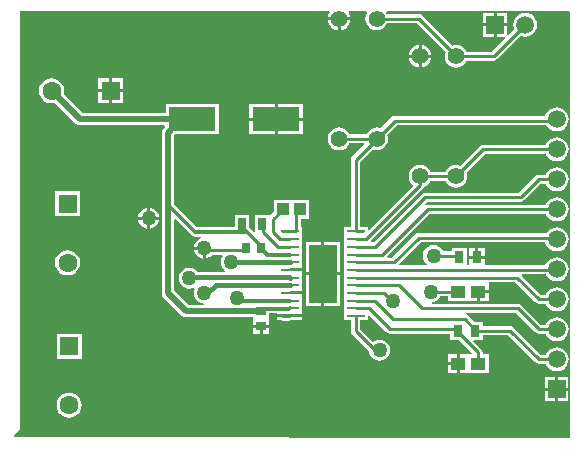
<source format=gtl>
G04*
G04 #@! TF.GenerationSoftware,Altium Limited,Altium Designer,19.1.8 (144)*
G04*
G04 Layer_Physical_Order=1*
G04 Layer_Color=255*
%FSLAX25Y25*%
%MOIN*%
G70*
G01*
G75*
%ADD14C,0.01000*%
%ADD15R,0.03150X0.03937*%
%ADD16R,0.15748X0.07874*%
%ADD17R,0.06100X0.01000*%
%ADD18R,0.03937X0.04331*%
%ADD19R,0.02559X0.04134*%
%ADD20R,0.03150X0.03543*%
%ADD21R,0.03543X0.03150*%
%ADD22R,0.04921X0.04331*%
%ADD40R,0.09400X0.19200*%
%ADD41C,0.01200*%
%ADD42C,0.02000*%
%ADD43C,0.01500*%
%ADD44R,0.06299X0.06299*%
%ADD45C,0.06299*%
%ADD46R,0.06299X0.06299*%
%ADD47C,0.05512*%
%ADD48R,0.05906X0.05906*%
%ADD49C,0.05906*%
%ADD50R,0.05906X0.05906*%
%ADD51C,0.05000*%
G36*
X188000Y145500D02*
Y3989D01*
X187646Y3635D01*
X2791Y4138D01*
X2600Y4600D01*
X4500Y6500D01*
Y146000D01*
X107619D01*
X107840Y145552D01*
X107719Y145394D01*
X107341Y144481D01*
X107278Y144000D01*
X111000D01*
X114723D01*
X114659Y144481D01*
X114281Y145394D01*
X114160Y145552D01*
X114381Y146000D01*
X120119D01*
X120340Y145552D01*
X120219Y145394D01*
X119841Y144481D01*
X119712Y143500D01*
X119841Y142519D01*
X120219Y141606D01*
X120821Y140821D01*
X121606Y140219D01*
X122520Y139841D01*
X123500Y139712D01*
X124480Y139841D01*
X125394Y140219D01*
X126179Y140821D01*
X126781Y141606D01*
X126932Y141971D01*
X136866D01*
X146492Y132345D01*
X146341Y131981D01*
X146212Y131000D01*
X146341Y130019D01*
X146719Y129106D01*
X147321Y128321D01*
X148106Y127719D01*
X149020Y127341D01*
X150000Y127212D01*
X150980Y127341D01*
X151894Y127719D01*
X152679Y128321D01*
X153281Y129106D01*
X153432Y129471D01*
X162500D01*
X163085Y129587D01*
X163581Y129919D01*
X171504Y137841D01*
X171968Y137649D01*
X173000Y137513D01*
X174032Y137649D01*
X174993Y138047D01*
X175819Y138681D01*
X176453Y139507D01*
X176851Y140468D01*
X176987Y141500D01*
X176851Y142532D01*
X176453Y143493D01*
X175819Y144319D01*
X174993Y144953D01*
X174032Y145351D01*
X173000Y145487D01*
X171968Y145351D01*
X171007Y144953D01*
X170181Y144319D01*
X169547Y143493D01*
X169149Y142532D01*
X169013Y141500D01*
X169149Y140468D01*
X169341Y140004D01*
X167415Y138078D01*
X166953Y138269D01*
Y141000D01*
X163500D01*
Y137547D01*
X166231D01*
X166422Y137085D01*
X161866Y132529D01*
X153432D01*
X153281Y132894D01*
X152679Y133679D01*
X151894Y134281D01*
X150980Y134659D01*
X150000Y134788D01*
X149020Y134659D01*
X148655Y134508D01*
X138581Y144581D01*
X138085Y144913D01*
X137500Y145029D01*
X126932D01*
X126781Y145394D01*
X126660Y145552D01*
X126881Y146000D01*
X187500D01*
X188000Y145500D01*
D02*
G37*
%LPC*%
G36*
X166953Y145453D02*
X163500D01*
Y142000D01*
X166953D01*
Y145453D01*
D02*
G37*
G36*
X162500D02*
X159047D01*
Y142000D01*
X162500D01*
Y145453D01*
D02*
G37*
G36*
X114723Y143000D02*
X111500D01*
Y139778D01*
X111980Y139841D01*
X112894Y140219D01*
X113679Y140821D01*
X114281Y141606D01*
X114659Y142519D01*
X114723Y143000D01*
D02*
G37*
G36*
X110500D02*
X107278D01*
X107341Y142519D01*
X107719Y141606D01*
X108321Y140821D01*
X109106Y140219D01*
X110020Y139841D01*
X110500Y139778D01*
Y143000D01*
D02*
G37*
G36*
X162500Y141000D02*
X159047D01*
Y137547D01*
X162500D01*
Y141000D01*
D02*
G37*
G36*
X138500Y134722D02*
Y131500D01*
X141723D01*
X141659Y131981D01*
X141281Y132894D01*
X140679Y133679D01*
X139894Y134281D01*
X138980Y134659D01*
X138500Y134722D01*
D02*
G37*
G36*
X137500D02*
X137020Y134659D01*
X136106Y134281D01*
X135321Y133679D01*
X134719Y132894D01*
X134341Y131981D01*
X134277Y131500D01*
X137500D01*
Y134722D01*
D02*
G37*
G36*
X141723Y130500D02*
X138500D01*
Y127278D01*
X138980Y127341D01*
X139894Y127719D01*
X140679Y128321D01*
X141281Y129106D01*
X141659Y130019D01*
X141723Y130500D01*
D02*
G37*
G36*
X137500D02*
X134277D01*
X134341Y130019D01*
X134719Y129106D01*
X135321Y128321D01*
X136106Y127719D01*
X137020Y127341D01*
X137500Y127278D01*
Y130500D01*
D02*
G37*
G36*
X38992Y123650D02*
X35342D01*
Y120000D01*
X38992D01*
Y123650D01*
D02*
G37*
G36*
X34343D02*
X30693D01*
Y120000D01*
X34343D01*
Y123650D01*
D02*
G37*
G36*
X38992Y119000D02*
X35342D01*
Y115350D01*
X38992D01*
Y119000D01*
D02*
G37*
G36*
X34343D02*
X30693D01*
Y115350D01*
X34343D01*
Y119000D01*
D02*
G37*
G36*
X98850Y114937D02*
X90476D01*
Y110500D01*
X98850D01*
Y114937D01*
D02*
G37*
G36*
X89476D02*
X81102D01*
Y110500D01*
X89476D01*
Y114937D01*
D02*
G37*
G36*
X183500Y113987D02*
X182468Y113851D01*
X181507Y113453D01*
X180681Y112819D01*
X180047Y111993D01*
X179649Y111032D01*
X179649Y111029D01*
X129500D01*
X128915Y110913D01*
X128419Y110581D01*
X124845Y107008D01*
X124480Y107159D01*
X123500Y107288D01*
X122520Y107159D01*
X121606Y106781D01*
X120821Y106179D01*
X120219Y105394D01*
X120068Y105029D01*
X114432D01*
X114281Y105394D01*
X113679Y106179D01*
X112894Y106781D01*
X111980Y107159D01*
X111000Y107288D01*
X110020Y107159D01*
X109106Y106781D01*
X108321Y106179D01*
X107719Y105394D01*
X107341Y104481D01*
X107212Y103500D01*
X107341Y102520D01*
X107719Y101606D01*
X108321Y100821D01*
X109106Y100219D01*
X110020Y99841D01*
X111000Y99712D01*
X111980Y99841D01*
X112894Y100219D01*
X113679Y100821D01*
X114281Y101606D01*
X114432Y101971D01*
X119154D01*
X119346Y101509D01*
X115442Y97605D01*
X115111Y97109D01*
X114994Y96524D01*
Y74075D01*
X112474D01*
Y71075D01*
Y68516D01*
Y65957D01*
Y63398D01*
Y60839D01*
Y58280D01*
Y55720D01*
Y53161D01*
Y50602D01*
Y48043D01*
Y45484D01*
Y42925D01*
X114994D01*
Y39476D01*
X115111Y38891D01*
X115442Y38395D01*
X120990Y32847D01*
X121090Y32086D01*
X121443Y31235D01*
X122004Y30504D01*
X122735Y29943D01*
X123586Y29590D01*
X124500Y29470D01*
X125414Y29590D01*
X126265Y29943D01*
X126996Y30504D01*
X127557Y31235D01*
X127910Y32086D01*
X128030Y33000D01*
X127910Y33914D01*
X127557Y34765D01*
X126996Y35496D01*
X126265Y36057D01*
X125414Y36410D01*
X124500Y36530D01*
X123586Y36410D01*
X122735Y36057D01*
X122379Y35784D01*
X118053Y40110D01*
Y42925D01*
X120574D01*
Y44453D01*
X121036Y44644D01*
X126761Y38919D01*
X127257Y38587D01*
X127842Y38471D01*
X147972D01*
Y36531D01*
X150959D01*
X155325Y32165D01*
X155118Y31665D01*
X151154D01*
Y28500D01*
Y25335D01*
X160807D01*
Y31665D01*
X158876D01*
Y32307D01*
X158759Y32892D01*
X158428Y33389D01*
X155747Y36070D01*
X155938Y36531D01*
X159028D01*
Y37971D01*
X167367D01*
X176419Y28919D01*
X176915Y28587D01*
X177500Y28471D01*
X179855D01*
X180047Y28007D01*
X180681Y27181D01*
X181507Y26547D01*
X182468Y26149D01*
X183500Y26013D01*
X184532Y26149D01*
X185493Y26547D01*
X186319Y27181D01*
X186953Y28007D01*
X187351Y28968D01*
X187487Y30000D01*
X187351Y31032D01*
X186953Y31993D01*
X186319Y32819D01*
X185493Y33453D01*
X184532Y33851D01*
X183500Y33987D01*
X182468Y33851D01*
X181507Y33453D01*
X180681Y32819D01*
X180047Y31993D01*
X179855Y31529D01*
X178133D01*
X169081Y40581D01*
X168585Y40913D01*
X168000Y41029D01*
X159028D01*
Y42469D01*
X156041D01*
X153928Y44581D01*
X153432Y44913D01*
X153340Y44931D01*
X153389Y45431D01*
X169906D01*
X176419Y38919D01*
X176915Y38587D01*
X177500Y38471D01*
X179855D01*
X180047Y38007D01*
X180681Y37181D01*
X181507Y36547D01*
X182468Y36149D01*
X183500Y36013D01*
X184532Y36149D01*
X185493Y36547D01*
X186319Y37181D01*
X186953Y38007D01*
X187351Y38968D01*
X187487Y40000D01*
X187351Y41032D01*
X186953Y41993D01*
X186319Y42819D01*
X185493Y43453D01*
X184532Y43851D01*
X183500Y43987D01*
X182468Y43851D01*
X181507Y43453D01*
X180681Y42819D01*
X180047Y41993D01*
X179855Y41529D01*
X178133D01*
X171621Y48042D01*
X171125Y48374D01*
X170539Y48490D01*
X141815D01*
X141796Y48504D01*
X141817Y48862D01*
X141872Y49019D01*
X142414Y49090D01*
X143265Y49443D01*
X143996Y50004D01*
X144557Y50735D01*
X144655Y50971D01*
X147193D01*
Y49335D01*
X156846D01*
Y52500D01*
X157346D01*
Y53000D01*
X160807D01*
Y55665D01*
X161296Y55691D01*
X169646D01*
X176419Y48919D01*
X176915Y48587D01*
X177500Y48471D01*
X179855D01*
X180047Y48007D01*
X180681Y47181D01*
X181507Y46547D01*
X182468Y46149D01*
X183500Y46013D01*
X184532Y46149D01*
X185493Y46547D01*
X186319Y47181D01*
X186953Y48007D01*
X187351Y48968D01*
X187487Y50000D01*
X187351Y51032D01*
X186953Y51993D01*
X186319Y52819D01*
X185493Y53453D01*
X184532Y53851D01*
X183500Y53987D01*
X182468Y53851D01*
X181507Y53453D01*
X180681Y52819D01*
X180047Y51993D01*
X179855Y51529D01*
X178133D01*
X171875Y57788D01*
X172066Y58250D01*
X179946D01*
X180047Y58007D01*
X180681Y57181D01*
X181507Y56547D01*
X182468Y56149D01*
X183500Y56013D01*
X184532Y56149D01*
X185493Y56547D01*
X186319Y57181D01*
X186953Y58007D01*
X187351Y58968D01*
X187487Y60000D01*
X187351Y61032D01*
X186953Y61993D01*
X186319Y62819D01*
X185493Y63453D01*
X184532Y63851D01*
X183500Y63987D01*
X182468Y63851D01*
X181507Y63453D01*
X180681Y62819D01*
X180047Y61993D01*
X179764Y61309D01*
X159528D01*
Y63500D01*
X156953D01*
X154378D01*
Y61309D01*
X153622D01*
Y66969D01*
X148472D01*
Y66029D01*
X145655D01*
X145557Y66265D01*
X144996Y66996D01*
X144265Y67557D01*
X143414Y67910D01*
X142500Y68030D01*
X141586Y67910D01*
X140735Y67557D01*
X140004Y66996D01*
X139443Y66265D01*
X139090Y65414D01*
X138970Y64500D01*
X139090Y63586D01*
X139443Y62735D01*
X140004Y62004D01*
X140258Y61809D01*
X140088Y61309D01*
X131125D01*
X130934Y61771D01*
X138134Y68971D01*
X179649D01*
X179649Y68968D01*
X180047Y68007D01*
X180681Y67181D01*
X181507Y66547D01*
X182468Y66149D01*
X183500Y66013D01*
X184532Y66149D01*
X185493Y66547D01*
X186319Y67181D01*
X186953Y68007D01*
X187351Y68968D01*
X187487Y70000D01*
X187351Y71032D01*
X186953Y71993D01*
X186319Y72819D01*
X185493Y73453D01*
X184532Y73851D01*
X183500Y73987D01*
X182468Y73851D01*
X181507Y73453D01*
X180681Y72819D01*
X180075Y72029D01*
X137500D01*
X136915Y71913D01*
X136419Y71581D01*
X128705Y63868D01*
X127184D01*
X126993Y64330D01*
X141133Y78471D01*
X179855D01*
X180047Y78007D01*
X180681Y77181D01*
X181507Y76547D01*
X182468Y76149D01*
X183500Y76013D01*
X184532Y76149D01*
X185493Y76547D01*
X186319Y77181D01*
X186953Y78007D01*
X187351Y78968D01*
X187487Y80000D01*
X187351Y81032D01*
X186953Y81993D01*
X186319Y82819D01*
X185493Y83453D01*
X184532Y83851D01*
X183500Y83987D01*
X182468Y83851D01*
X181507Y83453D01*
X180681Y82819D01*
X180047Y81993D01*
X179855Y81529D01*
X140500D01*
X139942Y81418D01*
X139911Y81440D01*
X139706Y81890D01*
X140287Y82471D01*
X171500D01*
X172085Y82587D01*
X172581Y82919D01*
X178133Y88471D01*
X179855D01*
X180047Y88007D01*
X180681Y87181D01*
X181507Y86547D01*
X182468Y86149D01*
X183500Y86013D01*
X184532Y86149D01*
X185493Y86547D01*
X186319Y87181D01*
X186953Y88007D01*
X187351Y88968D01*
X187487Y90000D01*
X187351Y91032D01*
X186953Y91993D01*
X186319Y92819D01*
X185493Y93453D01*
X184532Y93851D01*
X183500Y93987D01*
X182468Y93851D01*
X181507Y93453D01*
X180681Y92819D01*
X180047Y91993D01*
X179855Y91529D01*
X177500D01*
X176915Y91413D01*
X176419Y91081D01*
X170867Y85529D01*
X139654D01*
X139068Y85413D01*
X138572Y85081D01*
X122477Y68986D01*
X121802D01*
X121611Y69448D01*
X139081Y86919D01*
X139413Y87415D01*
X139436Y87529D01*
X139894Y87719D01*
X140679Y88321D01*
X141281Y89106D01*
X141432Y89471D01*
X146568D01*
X146719Y89106D01*
X147321Y88321D01*
X148106Y87719D01*
X149020Y87341D01*
X150000Y87212D01*
X150980Y87341D01*
X151894Y87719D01*
X152679Y88321D01*
X153281Y89106D01*
X153659Y90020D01*
X153788Y91000D01*
X153659Y91980D01*
X153508Y92345D01*
X159634Y98471D01*
X179855D01*
X180047Y98007D01*
X180681Y97181D01*
X181507Y96547D01*
X182468Y96149D01*
X183500Y96013D01*
X184532Y96149D01*
X185493Y96547D01*
X186319Y97181D01*
X186953Y98007D01*
X187351Y98968D01*
X187487Y100000D01*
X187351Y101032D01*
X186953Y101993D01*
X186319Y102819D01*
X185493Y103453D01*
X184532Y103851D01*
X183500Y103987D01*
X182468Y103851D01*
X181507Y103453D01*
X180681Y102819D01*
X180047Y101993D01*
X179855Y101529D01*
X159000D01*
X158415Y101413D01*
X157919Y101081D01*
X151345Y94508D01*
X150980Y94659D01*
X150000Y94788D01*
X149020Y94659D01*
X148106Y94281D01*
X147321Y93679D01*
X146719Y92894D01*
X146568Y92529D01*
X141432D01*
X141281Y92894D01*
X140679Y93679D01*
X139894Y94281D01*
X138980Y94659D01*
X138000Y94788D01*
X137020Y94659D01*
X136106Y94281D01*
X135321Y93679D01*
X134719Y92894D01*
X134341Y91980D01*
X134212Y91000D01*
X134341Y90020D01*
X134719Y89106D01*
X135321Y88321D01*
X135494Y88189D01*
X135527Y87690D01*
X121036Y73198D01*
X120574Y73390D01*
Y74075D01*
X119221D01*
X119074Y74104D01*
X118053D01*
Y95890D01*
X122155Y99992D01*
X122520Y99841D01*
X123500Y99712D01*
X124480Y99841D01*
X125394Y100219D01*
X126179Y100821D01*
X126781Y101606D01*
X127159Y102520D01*
X127288Y103500D01*
X127159Y104481D01*
X127008Y104845D01*
X130133Y107971D01*
X180075D01*
X180681Y107181D01*
X181507Y106547D01*
X182468Y106149D01*
X183500Y106013D01*
X184532Y106149D01*
X185493Y106547D01*
X186319Y107181D01*
X186953Y108007D01*
X187351Y108968D01*
X187487Y110000D01*
X187351Y111032D01*
X186953Y111993D01*
X186319Y112819D01*
X185493Y113453D01*
X184532Y113851D01*
X183500Y113987D01*
D02*
G37*
G36*
X98850Y109500D02*
X90476D01*
Y105063D01*
X98850D01*
Y109500D01*
D02*
G37*
G36*
X89476D02*
X81102D01*
Y105063D01*
X89476D01*
Y109500D01*
D02*
G37*
G36*
X24650Y85992D02*
X16350D01*
Y77693D01*
X24650D01*
Y85992D01*
D02*
G37*
G36*
X48000Y80464D02*
Y77500D01*
X50964D01*
X50910Y77914D01*
X50557Y78765D01*
X49996Y79496D01*
X49265Y80057D01*
X48414Y80410D01*
X48000Y80464D01*
D02*
G37*
G36*
X47000D02*
X46586Y80410D01*
X45735Y80057D01*
X45004Y79496D01*
X44443Y78765D01*
X44090Y77914D01*
X44036Y77500D01*
X47000D01*
Y80464D01*
D02*
G37*
G36*
X50964Y76500D02*
X48000D01*
Y73536D01*
X48414Y73590D01*
X49265Y73943D01*
X49996Y74504D01*
X50557Y75235D01*
X50910Y76086D01*
X50964Y76500D01*
D02*
G37*
G36*
X47000D02*
X44036D01*
X44090Y76086D01*
X44443Y75235D01*
X45004Y74504D01*
X45735Y73943D01*
X46586Y73590D01*
X47000Y73536D01*
Y76500D01*
D02*
G37*
G36*
X159528Y66969D02*
X157453D01*
Y64500D01*
X159528D01*
Y66969D01*
D02*
G37*
G36*
X156453D02*
X154378D01*
Y64500D01*
X156453D01*
Y66969D01*
D02*
G37*
G36*
X111200Y69100D02*
X106000D01*
Y59000D01*
X111200D01*
Y69100D01*
D02*
G37*
G36*
X105000D02*
X99800D01*
Y59000D01*
X105000D01*
Y69100D01*
D02*
G37*
G36*
X20500Y66343D02*
X19417Y66200D01*
X18407Y65782D01*
X17540Y65117D01*
X16875Y64250D01*
X16457Y63241D01*
X16315Y62157D01*
X16457Y61074D01*
X16875Y60065D01*
X17540Y59198D01*
X18407Y58533D01*
X19417Y58115D01*
X20500Y57972D01*
X21583Y58115D01*
X22593Y58533D01*
X23460Y59198D01*
X24125Y60065D01*
X24543Y61074D01*
X24685Y62157D01*
X24543Y63241D01*
X24125Y64250D01*
X23460Y65117D01*
X22593Y65782D01*
X21583Y66200D01*
X20500Y66343D01*
D02*
G37*
G36*
X160807Y52000D02*
X157846D01*
Y49335D01*
X160807D01*
Y52000D01*
D02*
G37*
G36*
X111200Y58000D02*
X106000D01*
Y47900D01*
X111200D01*
Y58000D01*
D02*
G37*
G36*
X105000D02*
X99800D01*
Y47900D01*
X105000D01*
Y58000D01*
D02*
G37*
G36*
X15157Y123685D02*
X14074Y123543D01*
X13065Y123125D01*
X12198Y122459D01*
X11533Y121593D01*
X11115Y120583D01*
X10972Y119500D01*
X11115Y118417D01*
X11533Y117407D01*
X12198Y116541D01*
X13065Y115875D01*
X14074Y115457D01*
X15157Y115315D01*
X16241Y115457D01*
X16294Y115479D01*
X23239Y108535D01*
X23901Y108092D01*
X24681Y107937D01*
X52783D01*
X52990Y107437D01*
X52558Y107005D01*
X52116Y106343D01*
X51961Y105563D01*
Y81500D01*
Y52000D01*
X52116Y51220D01*
X52558Y50558D01*
X58597Y44519D01*
X59259Y44077D01*
X60039Y43921D01*
X82228D01*
Y41539D01*
X87772D01*
Y43386D01*
Y45253D01*
X90426D01*
Y44925D01*
X98526D01*
Y45484D01*
Y48043D01*
Y50602D01*
Y51602D01*
X94476D01*
Y52602D01*
X98526D01*
Y53161D01*
Y55720D01*
Y58280D01*
Y59280D01*
X94476D01*
Y60280D01*
X98526D01*
Y60839D01*
Y63398D01*
Y65957D01*
Y68516D01*
Y71075D01*
Y74075D01*
X98265D01*
Y76835D01*
X100823D01*
Y83165D01*
X89177D01*
Y78997D01*
X88126Y77946D01*
X87626Y78067D01*
Y78067D01*
X83067D01*
Y72596D01*
X82567Y72389D01*
X80933Y74023D01*
Y78067D01*
X76374D01*
Y74131D01*
X63676D01*
X56039Y81768D01*
Y104718D01*
X56384Y105063D01*
X70898D01*
Y114937D01*
X53150D01*
Y112016D01*
X25526D01*
X19178Y118363D01*
X19200Y118417D01*
X19343Y119500D01*
X19200Y120583D01*
X18782Y121593D01*
X18117Y122459D01*
X17250Y123125D01*
X16241Y123543D01*
X15157Y123685D01*
D02*
G37*
G36*
X98526Y43925D02*
X90426D01*
Y42925D01*
X91852D01*
X92000Y42896D01*
X94476D01*
X94624Y42925D01*
X98526D01*
Y43925D01*
D02*
G37*
G36*
X87772Y40539D02*
X85500D01*
Y38465D01*
X87772D01*
Y40539D01*
D02*
G37*
G36*
X84500D02*
X82228D01*
Y38465D01*
X84500D01*
Y40539D01*
D02*
G37*
G36*
X25150Y38492D02*
X16850D01*
Y30193D01*
X25150D01*
Y38492D01*
D02*
G37*
G36*
X150154Y31665D02*
X147193D01*
Y29000D01*
X150154D01*
Y31665D01*
D02*
G37*
G36*
Y28000D02*
X147193D01*
Y25335D01*
X150154D01*
Y28000D01*
D02*
G37*
G36*
X187453Y23953D02*
X184000D01*
Y20500D01*
X187453D01*
Y23953D01*
D02*
G37*
G36*
X183000D02*
X179547D01*
Y20500D01*
X183000D01*
Y23953D01*
D02*
G37*
G36*
X187453Y19500D02*
X184000D01*
Y16047D01*
X187453D01*
Y19500D01*
D02*
G37*
G36*
X183000D02*
X179547D01*
Y16047D01*
X183000D01*
Y19500D01*
D02*
G37*
G36*
X21000Y18843D02*
X19917Y18700D01*
X18907Y18282D01*
X18041Y17617D01*
X17375Y16750D01*
X16957Y15741D01*
X16815Y14658D01*
X16957Y13574D01*
X17375Y12565D01*
X18041Y11698D01*
X18907Y11033D01*
X19917Y10615D01*
X21000Y10472D01*
X22083Y10615D01*
X23093Y11033D01*
X23959Y11698D01*
X24625Y12565D01*
X25043Y13574D01*
X25185Y14658D01*
X25043Y15741D01*
X24625Y16750D01*
X23959Y17617D01*
X23093Y18282D01*
X22083Y18700D01*
X21000Y18843D01*
D02*
G37*
%LPD*%
G36*
X61847Y71346D02*
X62376Y70993D01*
X63000Y70869D01*
X64887D01*
X64987Y70369D01*
X64235Y70057D01*
X63504Y69496D01*
X62943Y68765D01*
X62590Y67914D01*
X62536Y67500D01*
X66000D01*
Y67000D01*
X66500D01*
Y63536D01*
X66914Y63590D01*
X67765Y63943D01*
X68496Y64504D01*
X68731Y64809D01*
X71919D01*
X72140Y64361D01*
X71943Y64104D01*
X71590Y63252D01*
X71470Y62339D01*
X71590Y61425D01*
X71943Y60574D01*
X72504Y59842D01*
X72905Y59534D01*
X72736Y59034D01*
X63851D01*
X63496Y59496D01*
X62765Y60057D01*
X61914Y60410D01*
X61000Y60530D01*
X60086Y60410D01*
X59235Y60057D01*
X58504Y59496D01*
X57943Y58765D01*
X57590Y57914D01*
X57470Y57000D01*
X57590Y56086D01*
X57943Y55235D01*
X58504Y54504D01*
X59235Y53943D01*
X60086Y53590D01*
X61000Y53470D01*
X61914Y53590D01*
X62539Y53849D01*
X62921Y53466D01*
X62692Y52914D01*
X62572Y52000D01*
X62692Y51086D01*
X63045Y50235D01*
X63606Y49504D01*
X64337Y48943D01*
X65189Y48590D01*
X65875Y48500D01*
X65842Y48000D01*
X60884D01*
X56039Y52845D01*
Y76500D01*
X56501Y76692D01*
X61847Y71346D01*
D02*
G37*
%LPC*%
G36*
X65500Y66500D02*
X62536D01*
X62590Y66086D01*
X62943Y65235D01*
X63504Y64504D01*
X64235Y63943D01*
X65086Y63590D01*
X65500Y63536D01*
Y66500D01*
D02*
G37*
%LPD*%
D14*
X66661Y66339D02*
X79378D01*
X66000Y67000D02*
X66661Y66339D01*
X137500Y70500D02*
X183000D01*
X129339Y62339D02*
X137500Y70500D01*
X183000D02*
X183500Y70000D01*
X116524Y59780D02*
X183280D01*
X116524Y57220D02*
X170280D01*
X137500Y143500D02*
X150000Y131000D01*
X123500Y143500D02*
X137500D01*
X138000Y88000D02*
Y91000D01*
X120016Y70016D02*
X138000Y88000D01*
X150000Y131000D02*
X162500D01*
X173000Y141500D01*
X123500Y103500D02*
X129500Y109500D01*
X159000Y100000D02*
X183500D01*
X150000Y91000D02*
X159000Y100000D01*
X138000Y91000D02*
X150000D01*
X111000Y103500D02*
X123500D01*
X116524Y96524D02*
X123500Y103500D01*
X116524Y72575D02*
Y96524D01*
X79378Y66339D02*
X80039Y67000D01*
X123000Y33000D02*
X124500D01*
X129500Y109500D02*
X183000D01*
X177500Y30000D02*
X183500D01*
X177500Y40000D02*
X183500D01*
X177500Y50000D02*
X183500D01*
X183280Y59780D02*
X183500Y60000D01*
X140500Y80000D02*
X183500D01*
X177500Y90000D02*
X183500D01*
X183000Y109500D02*
X183500Y110000D01*
X91364Y70016D02*
X94476D01*
X89000Y72380D02*
X91364Y70016D01*
X96735Y72575D02*
Y78881D01*
X97854Y80000D01*
X94476Y72575D02*
X96735D01*
X89000Y72380D02*
Y76658D01*
X92146Y79803D01*
Y80000D01*
X85500Y72500D02*
Y74846D01*
X85346Y75000D02*
X85500Y74846D01*
Y72500D02*
X90543Y67457D01*
X94476D01*
X91926Y72575D02*
X94476D01*
X116524Y62339D02*
X129339D01*
X75000D02*
X76082D01*
X122957Y49543D02*
X129000Y43500D01*
X116524Y49543D02*
X122957D01*
X129000Y43500D02*
X152847D01*
X156453Y39894D01*
Y39500D02*
Y39894D01*
X149472Y40000D02*
Y40968D01*
X127842Y40000D02*
X149472D01*
X120858Y46984D02*
X127842Y40000D01*
X116524Y46984D02*
X120858D01*
X116524Y39476D02*
X123000Y33000D01*
X116524Y39476D02*
Y44425D01*
X66102Y52000D02*
X66436D01*
X116524Y72575D02*
X119074D01*
X116524Y70016D02*
X120016D01*
X139654Y84000D02*
X171500D01*
X123110Y67457D02*
X139654Y84000D01*
X116524Y67457D02*
X123110D01*
X171500Y84000D02*
X177500Y90000D01*
X116524Y64898D02*
X125398D01*
X140500Y80000D01*
X141500Y52500D02*
X150654D01*
X157346Y28500D02*
X157846Y29000D01*
X157346Y28500D02*
Y32307D01*
X149472Y40968D02*
X150547Y39894D01*
Y39500D02*
Y39894D01*
Y39106D02*
X157346Y32307D01*
X150547Y39106D02*
Y39500D01*
X168000D02*
X177500Y30000D01*
X156453Y39500D02*
X168000D01*
X128548Y49500D02*
X129000D01*
X125946Y52102D02*
X128548Y49500D01*
X116524Y52102D02*
X125946D01*
X131013Y54661D02*
X138714Y46961D01*
X116524Y54661D02*
X131013D01*
X170280Y57220D02*
X177500Y50000D01*
X138714Y46961D02*
X170539D01*
X142500Y64500D02*
X150547D01*
X151047Y64000D01*
X170539Y46961D02*
X177500Y40000D01*
X105500Y52500D02*
Y53600D01*
X92000Y44425D02*
X94476D01*
D15*
X156953Y64000D02*
D03*
X151047D02*
D03*
X150547Y39500D02*
D03*
X156453D02*
D03*
D16*
X62024Y110000D02*
D03*
X89976D02*
D03*
D17*
X116524Y72575D02*
D03*
Y70016D02*
D03*
Y67457D02*
D03*
Y64898D02*
D03*
Y62339D02*
D03*
Y59780D02*
D03*
Y57220D02*
D03*
Y54661D02*
D03*
Y52102D02*
D03*
Y49543D02*
D03*
Y46984D02*
D03*
Y44425D02*
D03*
X94476D02*
D03*
Y46984D02*
D03*
Y49543D02*
D03*
Y52102D02*
D03*
Y54661D02*
D03*
Y57220D02*
D03*
Y59780D02*
D03*
Y62339D02*
D03*
Y64898D02*
D03*
Y67457D02*
D03*
Y70016D02*
D03*
Y72575D02*
D03*
D18*
X97854Y80000D02*
D03*
X92146D02*
D03*
D19*
X85346Y75000D02*
D03*
X78654D02*
D03*
D20*
X80039Y67000D02*
D03*
X84961D02*
D03*
D21*
X85000Y45961D02*
D03*
Y41039D02*
D03*
D22*
X157346Y52500D02*
D03*
X150654D02*
D03*
Y28500D02*
D03*
X157346D02*
D03*
D40*
X105500Y58500D02*
D03*
D41*
X63000Y72500D02*
X80149D01*
X54000Y81500D02*
X63000Y72500D01*
X77000Y50500D02*
X77957Y49543D01*
X94476D01*
X94376Y46884D02*
X94476Y46984D01*
X85924Y46884D02*
X94376D01*
X85000Y45961D02*
X85924Y46884D01*
X80149Y72500D02*
X84961Y67688D01*
X79333Y73316D02*
X80149Y72500D01*
X86132Y65828D02*
X87063Y64898D01*
X85935Y65828D02*
X86132D01*
X84961Y66803D02*
X85935Y65828D01*
X84961Y66803D02*
Y67000D01*
X87063Y64898D02*
X94476D01*
X78654Y74213D02*
X79333Y73533D01*
Y73316D02*
Y73533D01*
X84961Y67000D02*
Y67688D01*
D42*
X54000Y81500D02*
Y105563D01*
Y52000D02*
Y81500D01*
Y105563D02*
X58413Y109976D01*
X54000Y52000D02*
X60039Y45961D01*
X85000D01*
X58413Y109976D02*
X62000D01*
X24681D02*
X58413D01*
X15157Y119500D02*
X24681Y109976D01*
D43*
X61250Y57250D02*
X94447D01*
X61000Y57000D02*
X61250Y57250D01*
X69800Y54750D02*
X92176D01*
X67049Y52000D02*
X69800Y54750D01*
X66436Y52000D02*
X67049D01*
X92176Y54750D02*
X92265Y54661D01*
X94476D01*
X94447Y57250D02*
X94476Y57220D01*
X76082Y62339D02*
X94476D01*
D44*
X34843Y119500D02*
D03*
D45*
X15157D02*
D03*
X20500Y62157D02*
D03*
X21000Y14658D02*
D03*
D46*
X20500Y81842D02*
D03*
X21000Y34343D02*
D03*
D47*
X150000Y91000D02*
D03*
Y131000D02*
D03*
X138000D02*
D03*
Y91000D02*
D03*
X111000Y143500D02*
D03*
Y103500D02*
D03*
X123500D02*
D03*
Y143500D02*
D03*
D48*
X183500Y20000D02*
D03*
D49*
Y30000D02*
D03*
Y50000D02*
D03*
Y60000D02*
D03*
Y70000D02*
D03*
Y80000D02*
D03*
Y90000D02*
D03*
Y100000D02*
D03*
Y110000D02*
D03*
Y40000D02*
D03*
X173000Y141500D02*
D03*
D50*
X163000D02*
D03*
D51*
X47500Y77000D02*
D03*
X61000Y57000D02*
D03*
X66000Y67000D02*
D03*
X124500Y33000D02*
D03*
X77000Y50500D02*
D03*
X75000Y62339D02*
D03*
X66102Y52000D02*
D03*
X141500Y52500D02*
D03*
X129000Y49500D02*
D03*
X142500Y64500D02*
D03*
M02*

</source>
